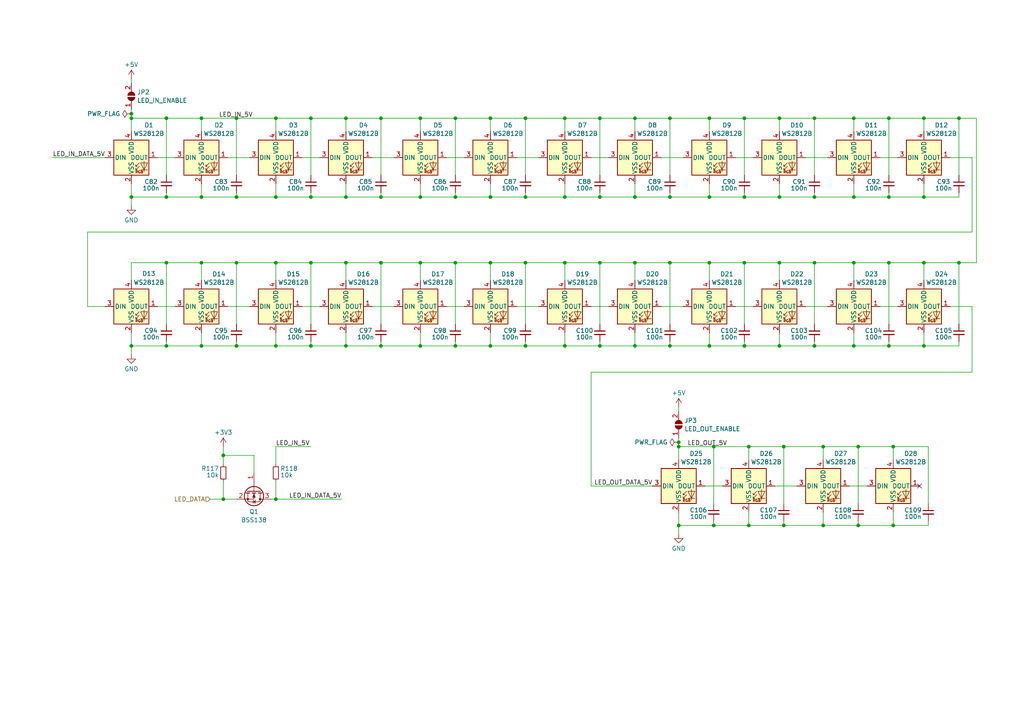
<source format=kicad_sch>
(kicad_sch (version 20250114) (generator "eeschema") (generator_version "9.0")
  (paper "A4")
  (title_block (title "Zoutwachter Measurement-Switch") (date "2025-06-01") (rev "0.3") (company "Avalution Engineering / Pollex"))
  (lib_symbols
    (symbol "Device:C_Small" (pin_numbers (hide yes)) (pin_names (offset 0.254) (hide yes))
      (property "Reference" "C" (at 0.254 1.778 0))
      (property "Value" "C_Small" (at 0.254 -2.032 0))
      (symbol "C_Small_0_1"
        (polyline (pts (xy -1.524 0.508) (xy 1.524 0.508)) (stroke (width 0.3048)))
        (polyline (pts (xy -1.524 -0.508) (xy 1.524 -0.508)) (stroke (width 0.3302)))
      )
      (symbol "C_Small_1_1"
        (pin passive line (at 0 2.54 270) (length 2.032) (name "~") (number "1"))
        (pin passive line (at 0 -2.54 90) (length 2.032) (name "~") (number "2"))
      )
    )
    (symbol "Device:R_Small" (pin_numbers (hide yes)) (pin_names (offset 0.254) (hide yes))
      (property "Reference" "R" (at 0 0 90))
      (property "Value" "R_Small" (at 1.778 0 90))
      (symbol "R_Small_0_1"
        (rectangle (start -0.762 1.778) (end 0.762 -1.778) (stroke (width 0.2032)))
      )
      (symbol "R_Small_1_1"
        (pin passive line (at 0 2.54 270) (length 0.762) (name "~") (number "1"))
        (pin passive line (at 0 -2.54 90) (length 0.762) (name "~") (number "2"))
      )
    )
    (symbol "Jumper:SolderJumper_2_Open" (pin_names (offset 0) (hide yes))
      (property "Reference" "JP" (at 0 2.032 0))
      (property "Value" "SolderJumper_2_Open" (at 0 -2.54 0))
      (symbol "SolderJumper_2_Open_0_1"
        (polyline (pts (xy -0.254 1.016) (xy -0.254 -1.016)))
        (arc (start -0.254 -1.016) (mid -1.2656 0) (end -0.254 1.016))
        (arc (start -0.254 -1.016) (mid -1.2656 0) (end -0.254 1.016) (fill (type outline)))
        (arc (start 0.254 1.016) (mid 1.2656 0) (end 0.254 -1.016))
        (arc (start 0.254 1.016) (mid 1.2656 0) (end 0.254 -1.016) (fill (type outline)))
        (polyline (pts (xy 0.254 1.016) (xy 0.254 -1.016)))
      )
      (symbol "SolderJumper_2_Open_1_1"
        (pin passive line (at -3.81 0 0) (length 2.54) (name "A") (number "1"))
        (pin passive line (at 3.81 0 180) (length 2.54) (name "B") (number "2"))
      )
    )
    (symbol "LED:WS2812B-2020" (pin_names (offset 0.254))
      (property "Reference" "D" (at 5.08 5.715 0))
      (property "Value" "WS2812B-2020" (at 1.27 -5.715 0))
      (symbol "WS2812B-2020_0_0"
        (text "RGB" (at 2.286 -4.191 0) (effects (font (size 0.762 0.762))))
      )
      (symbol "WS2812B-2020_0_1"
        (polyline (pts (xy 1.27 -2.54) (xy 1.778 -2.54)))
        (polyline (pts (xy 1.27 -3.556) (xy 1.778 -3.556)))
        (polyline (pts (xy 2.286 -1.524) (xy 1.27 -2.54) (xy 1.27 -2.032)))
        (polyline (pts (xy 2.286 -2.54) (xy 1.27 -3.556) (xy 1.27 -3.048)))
        (polyline (pts (xy 3.683 -1.016) (xy 3.683 -3.556) (xy 3.683 -4.064)))
        (polyline (pts (xy 4.699 -1.524) (xy 2.667 -1.524) (xy 3.683 -3.556) (xy 4.699 -1.524)))
        (polyline (pts (xy 4.699 -3.556) (xy 2.667 -3.556)))
        (rectangle (start 5.08 5.08) (end -5.08 -5.08) (stroke (width 0.254)) (fill (type background)))
      )
      (symbol "WS2812B-2020_1_1"
        (pin input line (at -7.62 0 0) (length 2.54) (name "DIN") (number "3"))
        (pin power_in line (at 0 7.62 270) (length 2.54) (name "VDD") (number "4"))
        (pin power_in line (at 0 -7.62 90) (length 2.54) (name "VSS") (number "2"))
        (pin output line (at 7.62 0 180) (length 2.54) (name "DOUT") (number "1"))
      )
    )
    (symbol "Transistor_FET:BSS138" (pin_names (hide yes))
      (property "Reference" "Q" (at 5.08 1.905 0))
      (property "Value" "BSS138" (at 5.08 0 0))
      (symbol "BSS138_0_1"
        (polyline (pts (xy 0.254 1.905) (xy 0.254 -1.905)) (stroke (width 0.254)))
        (polyline (pts (xy 0.254 0) (xy -2.54 0)))
        (polyline (pts (xy 0.762 2.286) (xy 0.762 1.27)) (stroke (width 0.254)))
        (polyline (pts (xy 0.762 0.508) (xy 0.762 -0.508)) (stroke (width 0.254)))
        (polyline (pts (xy 0.762 -1.27) (xy 0.762 -2.286)) (stroke (width 0.254)))
        (polyline (pts (xy 0.762 -1.778) (xy 3.302 -1.778) (xy 3.302 1.778) (xy 0.762 1.778)))
        (polyline (pts (xy 1.016 0) (xy 2.032 0.381) (xy 2.032 -0.381) (xy 1.016 0)) (fill (type outline)))
        (circle (center 1.651 0) (radius 2.794) (stroke (width 0.254)))
        (polyline (pts (xy 2.54 2.54) (xy 2.54 1.778)))
        (circle (center 2.54 1.778) (radius 0.254) (fill (type outline)))
        (circle (center 2.54 -1.778) (radius 0.254) (fill (type outline)))
        (polyline (pts (xy 2.54 -2.54) (xy 2.54 0) (xy 0.762 0)))
        (polyline (pts (xy 2.794 0.508) (xy 2.921 0.381) (xy 3.683 0.381) (xy 3.81 0.254)))
        (polyline (pts (xy 3.302 0.381) (xy 2.921 -0.254) (xy 3.683 -0.254) (xy 3.302 0.381)))
      )
      (symbol "BSS138_1_1"
        (pin input line (at -5.08 0 0) (length 2.54) (name "G") (number "1"))
        (pin passive line (at 2.54 5.08 270) (length 2.54) (name "D") (number "3"))
        (pin passive line (at 2.54 -5.08 90) (length 2.54) (name "S") (number "2"))
      )
    )
    (symbol "power:+3V3" (power) (pin_numbers (hide yes)) (pin_names (offset 0) (hide yes))
      (property "Value" "+3V3" (at 0 3.556 0))
      (symbol "+3V3_0_1"
        (polyline (pts (xy -0.762 1.27) (xy 0 2.54)))
        (polyline (pts (xy 0 2.54) (xy 0.762 1.27)))
        (polyline (pts (xy 0 0) (xy 0 2.54)))
      )
      (symbol "+3V3_1_1"
        (pin power_in line (at 0 0 90) (length 0) (name "~") (number "1"))
      )
    )
    (symbol "power:+5V" (power) (pin_numbers (hide yes)) (pin_names (offset 0) (hide yes))
      (property "Value" "+5V" (at 0 3.556 0))
      (symbol "+5V_0_1"
        (polyline (pts (xy -0.762 1.27) (xy 0 2.54)))
        (polyline (pts (xy 0 2.54) (xy 0.762 1.27)))
        (polyline (pts (xy 0 0) (xy 0 2.54)))
      )
      (symbol "+5V_1_1"
        (pin power_in line (at 0 0 90) (length 0) (name "~") (number "1"))
      )
    )
    (symbol "power:GND" (power) (pin_numbers (hide yes)) (pin_names (offset 0) (hide yes))
      (property "Value" "GND" (at 0 -3.81 0))
      (symbol "GND_0_1"
        (polyline (pts (xy 0 0) (xy 0 -1.27) (xy 1.27 -1.27) (xy 0 -2.54) (xy -1.27 -1.27) (xy 0 -1.27)))
      )
      (symbol "GND_1_1"
        (pin power_in line (at 0 0 270) (length 0) (name "~") (number "1"))
      )
    )
    (symbol "power:PWR_FLAG" (power) (pin_numbers (hide yes)) (pin_names (offset 0) (hide yes))
      (property "Value" "PWR_FLAG" (at 0 3.81 0))
      (symbol "PWR_FLAG_0_0"
        (pin power_out line (at 0 0 90) (length 0) (name "~") (number "1"))
      )
      (symbol "PWR_FLAG_0_1"
        (polyline (pts (xy 0 0) (xy 0 1.27) (xy -1.016 1.905) (xy 0 2.54) (xy 1.016 1.905) (xy 0 1.27)))
      )
    )
  )
  (junction (at 248.92 129.54))
  (junction (at 110.49 57.15))
  (junction (at 236.22 34.29))
  (junction (at 236.22 57.15))
  (junction (at 90.17 76.2))
  (junction (at 257.81 76.2))
  (junction (at 132.08 76.2))
  (junction (at 236.22 76.2))
  (junction (at 90.17 34.29))
  (junction (at 215.9 100.33))
  (junction (at 38.1 34.29))
  (junction (at 100.33 34.29))
  (junction (at 132.08 34.29))
  (junction (at 142.24 57.15))
  (junction (at 80.01 100.33))
  (junction (at 226.06 76.2))
  (junction (at 184.15 100.33))
  (junction (at 226.06 57.15))
  (junction (at 48.26 76.2))
  (junction (at 227.33 129.54))
  (junction (at 163.83 34.29))
  (junction (at 58.42 34.29))
  (junction (at 215.9 76.2))
  (junction (at 196.85 129.54))
  (junction (at 247.65 76.2))
  (junction (at 227.33 152.4))
  (junction (at 152.4 34.29))
  (junction (at 238.76 129.54))
  (junction (at 132.08 57.15))
  (junction (at 196.85 128.27))
  (junction (at 205.74 100.33))
  (junction (at 184.15 57.15))
  (junction (at 90.17 57.15))
  (junction (at 100.33 76.2))
  (junction (at 194.31 76.2))
  (junction (at 226.06 34.29))
  (junction (at 163.83 100.33))
  (junction (at 68.58 100.33))
  (junction (at 217.17 129.54))
  (junction (at 38.1 33.02))
  (junction (at 64.77 132.08))
  (junction (at 184.15 76.2))
  (junction (at 259.08 129.54))
  (junction (at 58.42 57.15))
  (junction (at 194.31 57.15))
  (junction (at 194.31 100.33))
  (junction (at 267.97 100.33))
  (junction (at 205.74 76.2))
  (junction (at 100.33 57.15))
  (junction (at 267.97 57.15))
  (junction (at 121.92 76.2))
  (junction (at 58.42 100.33))
  (junction (at 142.24 34.29))
  (junction (at 205.74 34.29))
  (junction (at 226.06 100.33))
  (junction (at 121.92 34.29))
  (junction (at 132.08 100.33))
  (junction (at 247.65 34.29))
  (junction (at 173.99 100.33))
  (junction (at 278.13 76.2))
  (junction (at 173.99 34.29))
  (junction (at 90.17 100.33))
  (junction (at 48.26 57.15))
  (junction (at 68.58 76.2))
  (junction (at 257.81 100.33))
  (junction (at 194.31 34.29))
  (junction (at 80.01 144.78))
  (junction (at 48.26 100.33))
  (junction (at 142.24 100.33))
  (junction (at 278.13 34.29))
  (junction (at 100.33 100.33))
  (junction (at 48.26 34.29))
  (junction (at 152.4 76.2))
  (junction (at 173.99 76.2))
  (junction (at 238.76 152.4))
  (junction (at 267.97 34.29))
  (junction (at 173.99 57.15))
  (junction (at 248.92 152.4))
  (junction (at 196.85 152.4))
  (junction (at 247.65 100.33))
  (junction (at 110.49 76.2))
  (junction (at 247.65 57.15))
  (junction (at 142.24 76.2))
  (junction (at 215.9 34.29))
  (junction (at 152.4 100.33))
  (junction (at 110.49 100.33))
  (junction (at 80.01 34.29))
  (junction (at 68.58 57.15))
  (junction (at 80.01 76.2))
  (junction (at 38.1 57.15))
  (junction (at 215.9 57.15))
  (junction (at 257.81 57.15))
  (junction (at 110.49 34.29))
  (junction (at 267.97 76.2))
  (junction (at 217.17 152.4))
  (junction (at 121.92 57.15))
  (junction (at 257.81 34.29))
  (junction (at 121.92 100.33))
  (junction (at 163.83 57.15))
  (junction (at 152.4 57.15))
  (junction (at 236.22 100.33))
  (junction (at 184.15 34.29))
  (junction (at 58.42 76.2))
  (junction (at 68.58 34.29))
  (junction (at 259.08 152.4))
  (junction (at 207.01 129.54))
  (junction (at 64.77 144.78))
  (junction (at 38.1 100.33))
  (junction (at 80.01 57.15))
  (junction (at 205.74 57.15))
  (junction (at 163.83 76.2))
  (junction (at 207.01 152.4))
  (no_connect (at 266.7 140.97))
  (wire (pts (xy 236.22 34.29) (xy 236.22 50.8)))
  (wire (pts (xy 267.97 34.29) (xy 257.81 34.29)))
  (wire (pts (xy 215.9 57.15) (xy 205.74 57.15)))
  (wire (pts (xy 196.85 127) (xy 196.85 128.27)))
  (wire (pts (xy 184.15 96.52) (xy 184.15 100.33)))
  (wire (pts (xy 205.74 96.52) (xy 205.74 100.33)))
  (wire (pts (xy 255.27 45.72) (xy 260.35 45.72)))
  (wire (pts (xy 142.24 34.29) (xy 132.08 34.29)))
  (wire (pts (xy 281.94 67.31) (xy 25.4 67.31)))
  (wire (pts (xy 68.58 34.29) (xy 68.58 50.8)))
  (wire (pts (xy 236.22 100.33) (xy 226.06 100.33)))
  (wire (pts (xy 173.99 34.29) (xy 163.83 34.29)))
  (wire (pts (xy 80.01 38.1) (xy 80.01 34.29)))
  (wire (pts (xy 58.42 96.52) (xy 58.42 100.33)))
  (wire (pts (xy 66.04 45.72) (xy 72.39 45.72)))
  (wire (pts (xy 255.27 88.9) (xy 260.35 88.9)))
  (wire (pts (xy 184.15 100.33) (xy 173.99 100.33)))
  (wire (pts (xy 259.08 133.35) (xy 259.08 129.54)))
  (wire (pts (xy 64.77 144.78) (xy 68.58 144.78)))
  (wire (pts (xy 226.06 76.2) (xy 215.9 76.2)))
  (wire (pts (xy 236.22 99.06) (xy 236.22 100.33)))
  (wire (pts (xy 233.68 88.9) (xy 240.03 88.9)))
  (wire (pts (xy 132.08 76.2) (xy 132.08 93.98)))
  (wire (pts (xy 58.42 81.28) (xy 58.42 76.2)))
  (wire (pts (xy 173.99 99.06) (xy 173.99 100.33)))
  (wire (pts (xy 78.74 144.78) (xy 80.01 144.78)))
  (wire (pts (xy 248.92 152.4) (xy 238.76 152.4)))
  (wire (pts (xy 269.24 151.13) (xy 269.24 152.4)))
  (wire (pts (xy 80.01 100.33) (xy 68.58 100.33)))
  (wire (pts (xy 205.74 81.28) (xy 205.74 76.2)))
  (wire (pts (xy 267.97 100.33) (xy 257.81 100.33)))
  (wire (pts (xy 205.74 38.1) (xy 205.74 34.29)))
  (wire (pts (xy 205.74 53.34) (xy 205.74 57.15)))
  (wire (pts (xy 38.1 96.52) (xy 38.1 100.33)))
  (wire (pts (xy 226.06 53.34) (xy 226.06 57.15)))
  (wire (pts (xy 257.81 34.29) (xy 247.65 34.29)))
  (wire (pts (xy 68.58 34.29) (xy 58.42 34.29)))
  (wire (pts (xy 132.08 76.2) (xy 121.92 76.2)))
  (wire (pts (xy 205.74 57.15) (xy 194.31 57.15)))
  (wire (pts (xy 80.01 81.28) (xy 80.01 76.2)))
  (wire (pts (xy 278.13 76.2) (xy 278.13 93.98)))
  (wire (pts (xy 149.86 88.9) (xy 156.21 88.9)))
  (wire (pts (xy 121.92 53.34) (xy 121.92 57.15)))
  (wire (pts (xy 226.06 57.15) (xy 215.9 57.15)))
  (wire (pts (xy 236.22 76.2) (xy 226.06 76.2)))
  (wire (pts (xy 80.01 129.54) (xy 80.01 134.62)))
  (wire (pts (xy 207.01 152.4) (xy 196.85 152.4)))
  (wire (pts (xy 227.33 152.4) (xy 217.17 152.4)))
  (wire (pts (xy 163.83 38.1) (xy 163.83 34.29)))
  (wire (pts (xy 152.4 34.29) (xy 142.24 34.29)))
  (wire (pts (xy 247.65 96.52) (xy 247.65 100.33)))
  (wire (pts (xy 132.08 34.29) (xy 132.08 50.8)))
  (wire (pts (xy 110.49 57.15) (xy 100.33 57.15)))
  (wire (pts (xy 80.01 53.34) (xy 80.01 57.15)))
  (wire (pts (xy 278.13 76.2) (xy 267.97 76.2)))
  (wire (pts (xy 207.01 129.54) (xy 196.85 129.54)))
  (wire (pts (xy 171.45 140.97) (xy 189.23 140.97)))
  (wire (pts (xy 90.17 100.33) (xy 80.01 100.33)))
  (wire (pts (xy 121.92 76.2) (xy 110.49 76.2)))
  (wire (pts (xy 247.65 100.33) (xy 236.22 100.33)))
  (wire (pts (xy 90.17 99.06) (xy 90.17 100.33)))
  (wire (pts (xy 248.92 129.54) (xy 238.76 129.54)))
  (wire (pts (xy 100.33 76.2) (xy 90.17 76.2)))
  (wire (pts (xy 184.15 34.29) (xy 173.99 34.29)))
  (wire (pts (xy 267.97 100.33) (xy 278.13 100.33)))
  (wire (pts (xy 15.24 45.72) (xy 30.48 45.72)))
  (wire (pts (xy 100.33 100.33) (xy 90.17 100.33)))
  (wire (pts (xy 247.65 76.2) (xy 236.22 76.2)))
  (wire (pts (xy 110.49 76.2) (xy 100.33 76.2)))
  (wire (pts (xy 121.92 100.33) (xy 110.49 100.33)))
  (wire (pts (xy 267.97 34.29) (xy 278.13 34.29)))
  (wire (pts (xy 142.24 57.15) (xy 132.08 57.15)))
  (wire (pts (xy 215.9 55.88) (xy 215.9 57.15)))
  (wire (pts (xy 236.22 55.88) (xy 236.22 57.15)))
  (wire (pts (xy 267.97 57.15) (xy 257.81 57.15)))
  (wire (pts (xy 205.74 76.2) (xy 194.31 76.2)))
  (wire (pts (xy 267.97 96.52) (xy 267.97 100.33)))
  (wire (pts (xy 171.45 88.9) (xy 176.53 88.9)))
  (wire (pts (xy 236.22 34.29) (xy 226.06 34.29)))
  (wire (pts (xy 247.65 57.15) (xy 236.22 57.15)))
  (wire (pts (xy 38.1 53.34) (xy 38.1 57.15)))
  (wire (pts (xy 226.06 96.52) (xy 226.06 100.33)))
  (wire (pts (xy 60.96 144.78) (xy 64.77 144.78)))
  (wire (pts (xy 152.4 76.2) (xy 152.4 93.98)))
  (wire (pts (xy 142.24 38.1) (xy 142.24 34.29)))
  (wire (pts (xy 163.83 96.52) (xy 163.83 100.33)))
  (wire (pts (xy 110.49 99.06) (xy 110.49 100.33)))
  (wire (pts (xy 48.26 76.2) (xy 38.1 76.2)))
  (wire (pts (xy 90.17 34.29) (xy 90.17 50.8)))
  (wire (pts (xy 68.58 57.15) (xy 58.42 57.15)))
  (wire (pts (xy 58.42 34.29) (xy 48.26 34.29)))
  (wire (pts (xy 259.08 129.54) (xy 248.92 129.54)))
  (wire (pts (xy 129.54 45.72) (xy 134.62 45.72)))
  (wire (pts (xy 184.15 57.15) (xy 173.99 57.15)))
  (wire (pts (xy 80.01 34.29) (xy 68.58 34.29)))
  (wire (pts (xy 215.9 76.2) (xy 205.74 76.2)))
  (wire (pts (xy 87.63 45.72) (xy 92.71 45.72)))
  (wire (pts (xy 152.4 100.33) (xy 142.24 100.33)))
  (wire (pts (xy 38.1 33.02) (xy 38.1 34.29)))
  (wire (pts (xy 80.01 144.78) (xy 99.06 144.78)))
  (wire (pts (xy 142.24 100.33) (xy 132.08 100.33)))
  (wire (pts (xy 196.85 152.4) (xy 196.85 154.94)))
  (wire (pts (xy 247.65 81.28) (xy 247.65 76.2)))
  (wire (pts (xy 68.58 76.2) (xy 58.42 76.2)))
  (wire (pts (xy 236.22 57.15) (xy 226.06 57.15)))
  (wire (pts (xy 121.92 38.1) (xy 121.92 34.29)))
  (wire (pts (xy 213.36 88.9) (xy 218.44 88.9)))
  (wire (pts (xy 205.74 100.33) (xy 194.31 100.33)))
  (wire (pts (xy 121.92 34.29) (xy 110.49 34.29)))
  (wire (pts (xy 129.54 88.9) (xy 134.62 88.9)))
  (wire (pts (xy 90.17 76.2) (xy 90.17 93.98)))
  (wire (pts (xy 45.72 45.72) (xy 50.8 45.72)))
  (wire (pts (xy 121.92 57.15) (xy 110.49 57.15)))
  (wire (pts (xy 152.4 34.29) (xy 152.4 50.8)))
  (wire (pts (xy 173.99 76.2) (xy 163.83 76.2)))
  (wire (pts (xy 213.36 45.72) (xy 218.44 45.72)))
  (wire (pts (xy 196.85 129.54) (xy 196.85 133.35)))
  (wire (pts (xy 257.81 100.33) (xy 247.65 100.33)))
  (wire (pts (xy 247.65 34.29) (xy 236.22 34.29)))
  (wire (pts (xy 257.81 34.29) (xy 257.81 50.8)))
  (wire (pts (xy 233.68 45.72) (xy 240.03 45.72)))
  (wire (pts (xy 152.4 55.88) (xy 152.4 57.15)))
  (wire (pts (xy 248.92 151.13) (xy 248.92 152.4)))
  (wire (pts (xy 196.85 118.11) (xy 196.85 119.38)))
  (wire (pts (xy 281.94 45.72) (xy 281.94 67.31)))
  (wire (pts (xy 142.24 96.52) (xy 142.24 100.33)))
  (wire (pts (xy 25.4 88.9) (xy 30.48 88.9)))
  (wire (pts (xy 281.94 107.95) (xy 281.94 88.9)))
  (wire (pts (xy 171.45 45.72) (xy 176.53 45.72)))
  (wire (pts (xy 163.83 53.34) (xy 163.83 57.15)))
  (wire (pts (xy 204.47 140.97) (xy 209.55 140.97)))
  (wire (pts (xy 132.08 57.15) (xy 121.92 57.15)))
  (wire (pts (xy 80.01 139.7) (xy 80.01 144.78)))
  (wire (pts (xy 283.21 76.2) (xy 278.13 76.2)))
  (wire (pts (xy 171.45 107.95) (xy 281.94 107.95)))
  (wire (pts (xy 196.85 148.59) (xy 196.85 152.4)))
  (wire (pts (xy 194.31 57.15) (xy 184.15 57.15)))
  (wire (pts (xy 247.65 38.1) (xy 247.65 34.29)))
  (wire (pts (xy 132.08 55.88) (xy 132.08 57.15)))
  (wire (pts (xy 215.9 99.06) (xy 215.9 100.33)))
  (wire (pts (xy 257.81 99.06) (xy 257.81 100.33)))
  (wire (pts (xy 224.79 140.97) (xy 231.14 140.97)))
  (wire (pts (xy 100.33 96.52) (xy 100.33 100.33)))
  (wire (pts (xy 247.65 53.34) (xy 247.65 57.15)))
  (wire (pts (xy 171.45 140.97) (xy 171.45 107.95)))
  (wire (pts (xy 217.17 129.54) (xy 207.01 129.54)))
  (wire (pts (xy 269.24 129.54) (xy 269.24 146.05)))
  (wire (pts (xy 121.92 81.28) (xy 121.92 76.2)))
  (wire (pts (xy 68.58 100.33) (xy 58.42 100.33)))
  (wire (pts (xy 257.81 76.2) (xy 257.81 93.98)))
  (wire (pts (xy 207.01 151.13) (xy 207.01 152.4)))
  (wire (pts (xy 194.31 55.88) (xy 194.31 57.15)))
  (wire (pts (xy 283.21 34.29) (xy 283.21 76.2)))
  (wire (pts (xy 73.66 137.16) (xy 73.66 132.08)))
  (wire (pts (xy 226.06 34.29) (xy 215.9 34.29)))
  (wire (pts (xy 184.15 38.1) (xy 184.15 34.29)))
  (wire (pts (xy 248.92 129.54) (xy 248.92 146.05)))
  (wire (pts (xy 246.38 140.97) (xy 251.46 140.97)))
  (wire (pts (xy 87.63 88.9) (xy 92.71 88.9)))
  (wire (pts (xy 194.31 76.2) (xy 194.31 93.98)))
  (wire (pts (xy 110.49 76.2) (xy 110.49 93.98)))
  (wire (pts (xy 173.99 55.88) (xy 173.99 57.15)))
  (wire (pts (xy 48.26 99.06) (xy 48.26 100.33)))
  (wire (pts (xy 80.01 76.2) (xy 68.58 76.2)))
  (wire (pts (xy 38.1 100.33) (xy 38.1 102.87)))
  (wire (pts (xy 238.76 148.59) (xy 238.76 152.4)))
  (wire (pts (xy 100.33 53.34) (xy 100.33 57.15)))
  (wire (pts (xy 132.08 99.06) (xy 132.08 100.33)))
  (wire (pts (xy 68.58 76.2) (xy 68.58 93.98)))
  (wire (pts (xy 132.08 34.29) (xy 121.92 34.29)))
  (wire (pts (xy 64.77 139.7) (xy 64.77 144.78)))
  (wire (pts (xy 110.49 100.33) (xy 100.33 100.33)))
  (wire (pts (xy 238.76 129.54) (xy 227.33 129.54)))
  (wire (pts (xy 267.97 76.2) (xy 257.81 76.2)))
  (wire (pts (xy 236.22 76.2) (xy 236.22 93.98)))
  (wire (pts (xy 38.1 34.29) (xy 38.1 38.1)))
  (wire (pts (xy 73.66 132.08) (xy 64.77 132.08)))
  (wire (pts (xy 142.24 81.28) (xy 142.24 76.2)))
  (wire (pts (xy 163.83 81.28) (xy 163.83 76.2)))
  (wire (pts (xy 48.26 34.29) (xy 38.1 34.29)))
  (wire (pts (xy 58.42 76.2) (xy 48.26 76.2)))
  (wire (pts (xy 184.15 81.28) (xy 184.15 76.2)))
  (wire (pts (xy 64.77 132.08) (xy 64.77 134.62)))
  (wire (pts (xy 110.49 34.29) (xy 110.49 50.8)))
  (wire (pts (xy 226.06 81.28) (xy 226.06 76.2)))
  (wire (pts (xy 149.86 45.72) (xy 156.21 45.72)))
  (wire (pts (xy 38.1 22.86) (xy 38.1 24.13)))
  (wire (pts (xy 191.77 45.72) (xy 198.12 45.72)))
  (wire (pts (xy 48.26 76.2) (xy 48.26 93.98)))
  (wire (pts (xy 107.95 45.72) (xy 114.3 45.72)))
  (wire (pts (xy 259.08 152.4) (xy 248.92 152.4)))
  (wire (pts (xy 194.31 34.29) (xy 184.15 34.29)))
  (wire (pts (xy 110.49 55.88) (xy 110.49 57.15)))
  (wire (pts (xy 90.17 34.29) (xy 80.01 34.29)))
  (wire (pts (xy 227.33 129.54) (xy 227.33 146.05)))
  (wire (pts (xy 58.42 53.34) (xy 58.42 57.15)))
  (wire (pts (xy 278.13 99.06) (xy 278.13 100.33)))
  (wire (pts (xy 142.24 76.2) (xy 132.08 76.2)))
  (wire (pts (xy 64.77 129.54) (xy 64.77 132.08)))
  (wire (pts (xy 48.26 57.15) (xy 38.1 57.15)))
  (wire (pts (xy 48.26 100.33) (xy 38.1 100.33)))
  (wire (pts (xy 259.08 152.4) (xy 269.24 152.4)))
  (wire (pts (xy 152.4 57.15) (xy 142.24 57.15)))
  (wire (pts (xy 100.33 38.1) (xy 100.33 34.29)))
  (wire (pts (xy 207.01 129.54) (xy 207.01 146.05)))
  (wire (pts (xy 194.31 76.2) (xy 184.15 76.2)))
  (wire (pts (xy 107.95 88.9) (xy 114.3 88.9)))
  (wire (pts (xy 48.26 55.88) (xy 48.26 57.15)))
  (wire (pts (xy 90.17 57.15) (xy 80.01 57.15)))
  (wire (pts (xy 142.24 53.34) (xy 142.24 57.15)))
  (wire (pts (xy 173.99 76.2) (xy 173.99 93.98)))
  (wire (pts (xy 278.13 34.29) (xy 283.21 34.29)))
  (wire (pts (xy 257.81 55.88) (xy 257.81 57.15)))
  (wire (pts (xy 38.1 76.2) (xy 38.1 81.28)))
  (wire (pts (xy 68.58 55.88) (xy 68.58 57.15)))
  (wire (pts (xy 110.49 34.29) (xy 100.33 34.29)))
  (wire (pts (xy 38.1 31.75) (xy 38.1 33.02)))
  (wire (pts (xy 45.72 88.9) (xy 50.8 88.9)))
  (wire (pts (xy 267.97 53.34) (xy 267.97 57.15)))
  (wire (pts (xy 58.42 38.1) (xy 58.42 34.29)))
  (wire (pts (xy 58.42 100.33) (xy 48.26 100.33)))
  (wire (pts (xy 205.74 34.29) (xy 194.31 34.29)))
  (wire (pts (xy 25.4 67.31) (xy 25.4 88.9)))
  (wire (pts (xy 163.83 100.33) (xy 152.4 100.33)))
  (wire (pts (xy 226.06 100.33) (xy 215.9 100.33)))
  (wire (pts (xy 80.01 96.52) (xy 80.01 100.33)))
  (wire (pts (xy 215.9 100.33) (xy 205.74 100.33)))
  (wire (pts (xy 191.77 88.9) (xy 198.12 88.9)))
  (wire (pts (xy 257.81 76.2) (xy 247.65 76.2)))
  (wire (pts (xy 257.81 57.15) (xy 247.65 57.15)))
  (wire (pts (xy 100.33 34.29) (xy 90.17 34.29)))
  (wire (pts (xy 184.15 76.2) (xy 173.99 76.2)))
  (wire (pts (xy 132.08 100.33) (xy 121.92 100.33)))
  (wire (pts (xy 152.4 99.06) (xy 152.4 100.33)))
  (wire (pts (xy 259.08 148.59) (xy 259.08 152.4)))
  (wire (pts (xy 100.33 81.28) (xy 100.33 76.2)))
  (wire (pts (xy 163.83 76.2) (xy 152.4 76.2)))
  (wire (pts (xy 90.17 55.88) (xy 90.17 57.15)))
  (wire (pts (xy 267.97 57.15) (xy 278.13 57.15)))
  (wire (pts (xy 48.26 34.29) (xy 48.26 50.8)))
  (wire (pts (xy 68.58 99.06) (xy 68.58 100.33)))
  (wire (pts (xy 66.04 88.9) (xy 72.39 88.9)))
  (wire (pts (xy 275.59 45.72) (xy 281.94 45.72)))
  (wire (pts (xy 194.31 100.33) (xy 184.15 100.33)))
  (wire (pts (xy 80.01 57.15) (xy 68.58 57.15)))
  (wire (pts (xy 163.83 57.15) (xy 152.4 57.15)))
  (wire (pts (xy 267.97 81.28) (xy 267.97 76.2)))
  (wire (pts (xy 217.17 152.4) (xy 207.01 152.4)))
  (wire (pts (xy 278.13 55.88) (xy 278.13 57.15)))
  (wire (pts (xy 173.99 34.29) (xy 173.99 50.8)))
  (wire (pts (xy 217.17 148.59) (xy 217.17 152.4)))
  (wire (pts (xy 217.17 133.35) (xy 217.17 129.54)))
  (wire (pts (xy 215.9 76.2) (xy 215.9 93.98)))
  (wire (pts (xy 173.99 100.33) (xy 163.83 100.33)))
  (wire (pts (xy 194.31 99.06) (xy 194.31 100.33)))
  (wire (pts (xy 121.92 96.52) (xy 121.92 100.33)))
  (wire (pts (xy 281.94 88.9) (xy 275.59 88.9)))
  (wire (pts (xy 215.9 34.29) (xy 215.9 50.8)))
  (wire (pts (xy 196.85 128.27) (xy 196.85 129.54)))
  (wire (pts (xy 194.31 34.29) (xy 194.31 50.8)))
  (wire (pts (xy 278.13 34.29) (xy 278.13 50.8)))
  (wire (pts (xy 226.06 38.1) (xy 226.06 34.29)))
  (wire (pts (xy 259.08 129.54) (xy 269.24 129.54)))
  (wire (pts (xy 227.33 129.54) (xy 217.17 129.54)))
  (wire (pts (xy 238.76 133.35) (xy 238.76 129.54)))
  (wire (pts (xy 215.9 34.29) (xy 205.74 34.29)))
  (wire (pts (xy 227.33 151.13) (xy 227.33 152.4)))
  (wire (pts (xy 267.97 38.1) (xy 267.97 34.29)))
  (wire (pts (xy 80.01 129.54) (xy 90.17 129.54)))
  (wire (pts (xy 90.17 76.2) (xy 80.01 76.2)))
  (wire (pts (xy 100.33 57.15) (xy 90.17 57.15)))
  (wire (pts (xy 173.99 57.15) (xy 163.83 57.15)))
  (wire (pts (xy 152.4 76.2) (xy 142.24 76.2)))
  (wire (pts (xy 163.83 34.29) (xy 152.4 34.29)))
  (wire (pts (xy 184.15 53.34) (xy 184.15 57.15)))
  (wire (pts (xy 58.42 57.15) (xy 48.26 57.15)))
  (wire (pts (xy 38.1 57.15) (xy 38.1 59.69)))
  (wire (pts (xy 238.76 152.4) (xy 227.33 152.4)))
  (label "LED_IN_5V" (at 63.5 34.29 0))
  (label "LED_IN_DATA_5V" (at 83.82 144.78 0))
  (label "LED_IN_5V" (at 80.01 129.54 0))
  (label "LED_IN_DATA_5V" (at 30.48 45.72 180))
  (label "LED_OUT_5V" (at 199.39 129.54 0))
  (label "LED_OUT_DATA_5V" (at 189.23 140.97 180))
  (hierarchical_label "LED_DATA" (shape input) (at 60.96 144.78 180))
  (symbol (lib_id "LED:WS2812B-2020") (at 217.17 140.97 0) (unit 1)
    (property "Reference" "D26" (at 222.25 131.5608 0))
    (property "Value" "WS2812B" (at 222.25 133.985 0))
    (property "Footprint" "WS2812B-2020:WS2812B-2020" (effects (hide yes)))
    (property "LCSC MFR" "Worldsemi" (effects (hide yes)))
    (property "LCSC MFR #" "WS2812B-2020" (effects (hide yes)))
    (property "LCSC Part #" "C965555" (effects (hide yes)))
  )
  (symbol (lib_id "LED:WS2812B-2020") (at 121.92 45.72 0) (unit 1)
    (property "Reference" "D5" (at 127 36.3108 0))
    (property "Value" "WS2812B" (at 127 38.735 0))
    (property "Footprint" "WS2812B-2020:WS2812B-2020" (effects (hide yes)))
    (property "LCSC MFR" "Worldsemi" (effects (hide yes)))
    (property "LCSC MFR #" "WS2812B-2020" (effects (hide yes)))
    (property "LCSC Part #" "C965555" (effects (hide yes)))
  )
  (symbol (lib_id "LED:WS2812B-2020") (at 80.01 45.72 0) (unit 1)
    (property "Reference" "D3" (at 85.09 36.3108 0))
    (property "Value" "WS2812B" (at 85.09 38.735 0))
    (property "Footprint" "WS2812B-2020:WS2812B-2020" (effects (hide yes)))
    (property "LCSC MFR" "Worldsemi" (effects (hide yes)))
    (property "LCSC MFR #" "WS2812B-2020" (effects (hide yes)))
    (property "LCSC Part #" "C965555" (effects (hide yes)))
  )
  (symbol (lib_id "LED:WS2812B-2020") (at 142.24 45.72 0) (unit 1)
    (property "Reference" "D6" (at 147.32 36.3108 0))
    (property "Value" "WS2812B" (at 147.32 38.735 0))
    (property "Footprint" "WS2812B-2020:WS2812B-2020" (effects (hide yes)))
    (property "LCSC MFR" "Worldsemi" (effects (hide yes)))
    (property "LCSC MFR #" "WS2812B-2020" (effects (hide yes)))
    (property "LCSC Part #" "C965555" (effects (hide yes)))
  )
  (symbol (lib_id "LED:WS2812B-2020") (at 121.92 88.9 0) (unit 1)
    (property "Reference" "D17" (at 127 79.4908 0))
    (property "Value" "WS2812B" (at 127 81.915 0))
    (property "Footprint" "WS2812B-2020:WS2812B-2020" (effects (hide yes)))
    (property "LCSC MFR" "Worldsemi" (effects (hide yes)))
    (property "LCSC MFR #" "WS2812B-2020" (effects (hide yes)))
    (property "LCSC Part #" "C965555" (effects (hide yes)))
  )
  (symbol (lib_id "Device:C_Small") (at 236.22 53.34 0) (unit 1)
    (property "Reference" "C91" (at 231.775 52.705 0))
    (property "Value" "100n" (at 231.775 54.61 0))
    (property "Footprint" "Capacitor_SMD:C_0603_1608Metric" (effects (hide yes)))
    (property "LCSC MFR" "YAGEO" (effects (hide yes)))
    (property "LCSC MFR #" "CC0603KRX7R9BB104" (effects (hide yes)))
    (property "LCSC Part #" "C14663" (effects (hide yes)))
  )
  (symbol (lib_id "Device:C_Small") (at 278.13 53.34 0) (unit 1)
    (property "Reference" "C93" (at 273.685 52.705 0))
    (property "Value" "100n" (at 273.685 54.61 0))
    (property "Footprint" "Capacitor_SMD:C_0603_1608Metric" (effects (hide yes)))
    (property "LCSC MFR" "YAGEO" (effects (hide yes)))
    (property "LCSC MFR #" "CC0603KRX7R9BB104" (effects (hide yes)))
    (property "LCSC Part #" "C14663" (effects (hide yes)))
  )
  (symbol (lib_id "power:GND") (at 38.1 102.87 0) (unit 1)
    (property "Reference" "#PWR029" (effects (hide yes)))
    (property "Value" "GND" (at 38.1 107.0031 0))
  )
  (symbol (lib_id "power:+3V3") (at 64.77 129.54 0) (unit 1)
    (property "Reference" "#PWR016" (effects (hide yes)))
    (property "Value" "+3V3" (at 64.77 125.4069 0))
    (property "Description" "Power symbol creates a global label with name \"+3V3\"" (effects (hide yes)))
  )
  (symbol (lib_id "LED:WS2812B-2020") (at 58.42 88.9 0) (unit 1)
    (property "Reference" "D14" (at 63.5 79.4908 0))
    (property "Value" "WS2812B" (at 63.5 81.915 0))
    (property "Footprint" "WS2812B-2020:WS2812B-2020" (effects (hide yes)))
    (property "LCSC MFR" "Worldsemi" (effects (hide yes)))
    (property "LCSC MFR #" "WS2812B-2020" (effects (hide yes)))
    (property "LCSC Part #" "C965555" (effects (hide yes)))
  )
  (symbol (lib_id "LED:WS2812B-2020") (at 100.33 45.72 0) (unit 1)
    (property "Reference" "D4" (at 105.41 36.3108 0))
    (property "Value" "WS2812B" (at 105.41 38.735 0))
    (property "Footprint" "WS2812B-2020:WS2812B-2020" (effects (hide yes)))
    (property "LCSC MFR" "Worldsemi" (effects (hide yes)))
    (property "LCSC MFR #" "WS2812B-2020" (effects (hide yes)))
    (property "LCSC Part #" "C965555" (effects (hide yes)))
  )
  (symbol (lib_id "LED:WS2812B-2020") (at 205.74 45.72 0) (unit 1)
    (property "Reference" "D9" (at 210.82 36.3108 0))
    (property "Value" "WS2812B" (at 210.82 38.735 0))
    (property "Footprint" "WS2812B-2020:WS2812B-2020" (effects (hide yes)))
    (property "LCSC MFR" "Worldsemi" (effects (hide yes)))
    (property "LCSC MFR #" "WS2812B-2020" (effects (hide yes)))
    (property "LCSC Part #" "C965555" (effects (hide yes)))
  )
  (symbol (lib_id "LED:WS2812B-2020") (at 80.01 88.9 0) (unit 1)
    (property "Reference" "D15" (at 85.09 79.4908 0))
    (property "Value" "WS2812B" (at 85.09 81.915 0))
    (property "Footprint" "WS2812B-2020:WS2812B-2020" (effects (hide yes)))
    (property "LCSC MFR" "Worldsemi" (effects (hide yes)))
    (property "LCSC MFR #" "WS2812B-2020" (effects (hide yes)))
    (property "LCSC Part #" "C965555" (effects (hide yes)))
  )
  (symbol (lib_id "Device:C_Small") (at 68.58 53.34 0) (unit 1)
    (property "Reference" "C83" (at 64.135 52.705 0))
    (property "Value" "100n" (at 64.135 54.61 0))
    (property "Footprint" "Capacitor_SMD:C_0603_1608Metric" (effects (hide yes)))
    (property "LCSC MFR" "YAGEO" (effects (hide yes)))
    (property "LCSC MFR #" "CC0603KRX7R9BB104" (effects (hide yes)))
    (property "LCSC Part #" "C14663" (effects (hide yes)))
  )
  (symbol (lib_id "Device:C_Small") (at 194.31 96.52 0) (unit 1)
    (property "Reference" "C101" (at 189.865 95.885 0))
    (property "Value" "100n" (at 189.865 97.79 0))
    (property "Footprint" "Capacitor_SMD:C_0603_1608Metric" (effects (hide yes)))
    (property "LCSC MFR" "YAGEO" (effects (hide yes)))
    (property "LCSC MFR #" "CC0603KRX7R9BB104" (effects (hide yes)))
    (property "LCSC Part #" "C14663" (effects (hide yes)))
  )
  (symbol (lib_id "LED:WS2812B-2020") (at 267.97 88.9 0) (unit 1)
    (property "Reference" "D24" (at 273.05 79.4908 0))
    (property "Value" "WS2812B" (at 273.05 81.915 0))
    (property "Footprint" "WS2812B-2020:WS2812B-2020" (effects (hide yes)))
    (property "LCSC MFR" "Worldsemi" (effects (hide yes)))
    (property "LCSC MFR #" "WS2812B-2020" (effects (hide yes)))
    (property "LCSC Part #" "C965555" (effects (hide yes)))
  )
  (symbol (lib_id "Device:C_Small") (at 132.08 53.34 0) (unit 1)
    (property "Reference" "C86" (at 127.635 52.705 0))
    (property "Value" "100n" (at 127.635 54.61 0))
    (property "Footprint" "Capacitor_SMD:C_0603_1608Metric" (effects (hide yes)))
    (property "LCSC MFR" "YAGEO" (effects (hide yes)))
    (property "LCSC MFR #" "CC0603KRX7R9BB104" (effects (hide yes)))
    (property "LCSC Part #" "C14663" (effects (hide yes)))
  )
  (symbol (lib_id "power:PWR_FLAG") (at 196.85 128.27 90) (unit 1)
    (property "Reference" "#FLG03" (effects (hide yes)))
    (property "Value" "PWR_FLAG" (at 193.6751 128.27 90) (effects (justify left)))
    (property "Description" "Special symbol for telling ERC where power comes from" (effects (hide yes)))
  )
  (symbol (lib_id "Device:C_Small") (at 132.08 96.52 0) (unit 1)
    (property "Reference" "C98" (at 127.635 95.885 0))
    (property "Value" "100n" (at 127.635 97.79 0))
    (property "Footprint" "Capacitor_SMD:C_0603_1608Metric" (effects (hide yes)))
    (property "LCSC MFR" "YAGEO" (effects (hide yes)))
    (property "LCSC MFR #" "CC0603KRX7R9BB104" (effects (hide yes)))
    (property "LCSC Part #" "C14663" (effects (hide yes)))
  )
  (symbol (lib_id "Device:C_Small") (at 257.81 53.34 0) (unit 1)
    (property "Reference" "C92" (at 253.365 52.705 0))
    (property "Value" "100n" (at 253.365 54.61 0))
    (property "Footprint" "Capacitor_SMD:C_0603_1608Metric" (effects (hide yes)))
    (property "LCSC MFR" "YAGEO" (effects (hide yes)))
    (property "LCSC MFR #" "CC0603KRX7R9BB104" (effects (hide yes)))
    (property "LCSC Part #" "C14663" (effects (hide yes)))
  )
  (symbol (lib_id "LED:WS2812B-2020") (at 205.74 88.9 0) (unit 1)
    (property "Reference" "D21" (at 210.82 79.4908 0))
    (property "Value" "WS2812B" (at 210.82 81.915 0))
    (property "Footprint" "WS2812B-2020:WS2812B-2020" (effects (hide yes)))
    (property "LCSC MFR" "Worldsemi" (effects (hide yes)))
    (property "LCSC MFR #" "WS2812B-2020" (effects (hide yes)))
    (property "LCSC Part #" "C965555" (effects (hide yes)))
  )
  (symbol (lib_id "Device:C_Small") (at 48.26 96.52 0) (unit 1)
    (property "Reference" "C94" (at 43.815 95.885 0))
    (property "Value" "100n" (at 43.815 97.79 0))
    (property "Footprint" "Capacitor_SMD:C_0603_1608Metric" (effects (hide yes)))
    (property "LCSC MFR" "YAGEO" (effects (hide yes)))
    (property "LCSC MFR #" "CC0603KRX7R9BB104" (effects (hide yes)))
    (property "LCSC Part #" "C14663" (effects (hide yes)))
  )
  (symbol (lib_id "LED:WS2812B-2020") (at 259.08 140.97 0) (unit 1)
    (property "Reference" "D28" (at 264.16 131.5608 0))
    (property "Value" "WS2812B" (at 264.16 133.985 0))
    (property "Footprint" "WS2812B-2020:WS2812B-2020" (effects (hide yes)))
    (property "LCSC MFR" "Worldsemi" (effects (hide yes)))
    (property "LCSC MFR #" "WS2812B-2020" (effects (hide yes)))
    (property "LCSC Part #" "C965555" (effects (hide yes)))
  )
  (symbol (lib_id "Device:C_Small") (at 173.99 96.52 0) (unit 1)
    (property "Reference" "C100" (at 169.545 95.885 0))
    (property "Value" "100n" (at 169.545 97.79 0))
    (property "Footprint" "Capacitor_SMD:C_0603_1608Metric" (effects (hide yes)))
    (property "LCSC MFR" "YAGEO" (effects (hide yes)))
    (property "LCSC MFR #" "CC0603KRX7R9BB104" (effects (hide yes)))
    (property "LCSC Part #" "C14663" (effects (hide yes)))
  )
  (symbol (lib_id "LED:WS2812B-2020") (at 247.65 88.9 0) (unit 1)
    (property "Reference" "D23" (at 252.73 79.4908 0))
    (property "Value" "WS2812B" (at 252.73 81.915 0))
    (property "Footprint" "WS2812B-2020:WS2812B-2020" (effects (hide yes)))
    (property "LCSC MFR" "Worldsemi" (effects (hide yes)))
    (property "LCSC MFR #" "WS2812B-2020" (effects (hide yes)))
    (property "LCSC Part #" "C965555" (effects (hide yes)))
  )
  (symbol (lib_id "Device:R_Small") (at 80.01 137.16 180) (unit 1)
    (property "Reference" "R118" (at 81.28 135.89 0) (effects (justify right)))
    (property "Value" "10k" (at 81.28 137.795 0) (effects (justify right)))
    (property "Footprint" "Resistor_SMD:R_0603_1608Metric" (effects (hide yes)))
    (property "LCSC MFR" "UNI-ROYAL(Uniroyal Elec)" (effects (hide yes)))
    (property "LCSC MFR #" "0603WAF1002T5E" (effects (hide yes)))
    (property "LCSC Part #" "C25804" (effects (hide yes)))
  )
  (symbol (lib_id "LED:WS2812B-2020") (at 226.06 88.9 0) (unit 1)
    (property "Reference" "D22" (at 231.14 79.4908 0))
    (property "Value" "WS2812B" (at 231.14 81.915 0))
    (property "Footprint" "WS2812B-2020:WS2812B-2020" (effects (hide yes)))
    (property "LCSC MFR" "Worldsemi" (effects (hide yes)))
    (property "LCSC MFR #" "WS2812B-2020" (effects (hide yes)))
    (property "LCSC Part #" "C965555" (effects (hide yes)))
  )
  (symbol (lib_id "Device:C_Small") (at 173.99 53.34 0) (unit 1)
    (property "Reference" "C88" (at 169.545 52.705 0))
    (property "Value" "100n" (at 169.545 54.61 0))
    (property "Footprint" "Capacitor_SMD:C_0603_1608Metric" (effects (hide yes)))
    (property "LCSC MFR" "YAGEO" (effects (hide yes)))
    (property "LCSC MFR #" "CC0603KRX7R9BB104" (effects (hide yes)))
    (property "LCSC Part #" "C14663" (effects (hide yes)))
  )
  (symbol (lib_id "power:PWR_FLAG") (at 38.1 33.02 90) (unit 1)
    (property "Reference" "#FLG01" (effects (hide yes)))
    (property "Value" "PWR_FLAG" (at 34.9251 33.02 90) (effects (justify left)))
    (property "Description" "Special symbol for telling ERC where power comes from" (effects (hide yes)))
  )
  (symbol (lib_id "Device:C_Small") (at 90.17 96.52 0) (unit 1)
    (property "Reference" "C96" (at 85.725 95.885 0))
    (property "Value" "100n" (at 85.725 97.79 0))
    (property "Footprint" "Capacitor_SMD:C_0603_1608Metric" (effects (hide yes)))
    (property "LCSC MFR" "YAGEO" (effects (hide yes)))
    (property "LCSC MFR #" "CC0603KRX7R9BB104" (effects (hide yes)))
    (property "LCSC Part #" "C14663" (effects (hide yes)))
  )
  (symbol (lib_id "LED:WS2812B-2020") (at 184.15 88.9 0) (unit 1)
    (property "Reference" "D20" (at 189.23 79.4908 0))
    (property "Value" "WS2812B" (at 189.23 81.915 0))
    (property "Footprint" "WS2812B-2020:WS2812B-2020" (effects (hide yes)))
    (property "LCSC MFR" "Worldsemi" (effects (hide yes)))
    (property "LCSC MFR #" "WS2812B-2020" (effects (hide yes)))
    (property "LCSC Part #" "C965555" (effects (hide yes)))
  )
  (symbol (lib_id "Device:C_Small") (at 257.81 96.52 0) (unit 1)
    (property "Reference" "C104" (at 253.365 95.885 0))
    (property "Value" "100n" (at 253.365 97.79 0))
    (property "Footprint" "Capacitor_SMD:C_0603_1608Metric" (effects (hide yes)))
    (property "LCSC MFR" "YAGEO" (effects (hide yes)))
    (property "LCSC MFR #" "CC0603KRX7R9BB104" (effects (hide yes)))
    (property "LCSC Part #" "C14663" (effects (hide yes)))
  )
  (symbol (lib_id "Jumper:SolderJumper_2_Open") (at 38.1 27.94 90) (unit 1)
    (property "Reference" "JP2" (at 39.751 26.7279 90) (effects (justify right)))
    (property "Value" "LED_IN_ENABLE" (at 39.751 29.1521 90) (effects (justify right)))
    (property "Footprint" "Jumper:SolderJumper-2_P1.3mm_Open_RoundedPad1.0x1.5mm" (effects (hide yes)))
  )
  (symbol (lib_id "Device:C_Small") (at 152.4 96.52 0) (unit 1)
    (property "Reference" "C99" (at 147.955 95.885 0))
    (property "Value" "100n" (at 147.955 97.79 0))
    (property "Footprint" "Capacitor_SMD:C_0603_1608Metric" (effects (hide yes)))
    (property "LCSC MFR" "YAGEO" (effects (hide yes)))
    (property "LCSC MFR #" "CC0603KRX7R9BB104" (effects (hide yes)))
    (property "LCSC Part #" "C14663" (effects (hide yes)))
  )
  (symbol (lib_id "LED:WS2812B-2020") (at 142.24 88.9 0) (unit 1)
    (property "Reference" "D18" (at 147.32 79.4908 0))
    (property "Value" "WS2812B" (at 147.32 81.915 0))
    (property "Footprint" "WS2812B-2020:WS2812B-2020" (effects (hide yes)))
    (property "LCSC MFR" "Worldsemi" (effects (hide yes)))
    (property "LCSC MFR #" "WS2812B-2020" (effects (hide yes)))
    (property "LCSC Part #" "C965555" (effects (hide yes)))
  )
  (symbol (lib_id "Device:C_Small") (at 207.01 148.59 0) (unit 1)
    (property "Reference" "C106" (at 202.565 147.955 0))
    (property "Value" "100n" (at 202.565 149.86 0))
    (property "Footprint" "Capacitor_SMD:C_0603_1608Metric" (effects (hide yes)))
    (property "LCSC MFR" "YAGEO" (effects (hide yes)))
    (property "LCSC MFR #" "CC0603KRX7R9BB104" (effects (hide yes)))
    (property "LCSC Part #" "C14663" (effects (hide yes)))
  )
  (symbol (lib_id "power:+5V") (at 38.1 22.86 0) (unit 1)
    (property "Reference" "#PWR020" (effects (hide yes)))
    (property "Value" "+5V" (at 38.1 18.7269 0))
  )
  (symbol (lib_id "Device:C_Small") (at 269.24 148.59 0) (unit 1)
    (property "Reference" "C109" (at 264.795 147.955 0))
    (property "Value" "100n" (at 264.795 149.86 0))
    (property "Footprint" "Capacitor_SMD:C_0603_1608Metric" (effects (hide yes)))
    (property "LCSC MFR" "YAGEO" (effects (hide yes)))
    (property "LCSC MFR #" "CC0603KRX7R9BB104" (effects (hide yes)))
    (property "LCSC Part #" "C14663" (effects (hide yes)))
  )
  (symbol (lib_id "LED:WS2812B-2020") (at 100.33 88.9 0) (unit 1)
    (property "Reference" "D16" (at 105.41 79.4908 0))
    (property "Value" "WS2812B" (at 105.41 81.915 0))
    (property "Footprint" "WS2812B-2020:WS2812B-2020" (effects (hide yes)))
    (property "LCSC MFR" "Worldsemi" (effects (hide yes)))
    (property "LCSC MFR #" "WS2812B-2020" (effects (hide yes)))
    (property "LCSC Part #" "C965555" (effects (hide yes)))
  )
  (symbol (lib_id "Device:C_Small") (at 90.17 53.34 0) (unit 1)
    (property "Reference" "C84" (at 85.725 52.705 0))
    (property "Value" "100n" (at 85.725 54.61 0))
    (property "Footprint" "Capacitor_SMD:C_0603_1608Metric" (effects (hide yes)))
    (property "LCSC MFR" "YAGEO" (effects (hide yes)))
    (property "LCSC MFR #" "CC0603KRX7R9BB104" (effects (hide yes)))
    (property "LCSC Part #" "C14663" (effects (hide yes)))
  )
  (symbol (lib_id "Transistor_FET:BSS138") (at 73.66 142.24 270) (unit 1)
    (property "Reference" "Q1" (at 73.66 148.4051 90))
    (property "Value" "BSS138" (at 73.66 150.8293 90))
    (property "Footprint" "Package_TO_SOT_SMD:SOT-23" (effects (hide yes)))
    (property "Datasheet" "https://www.onsemi.com/pub/Collateral/BSS138-D.PDF" (effects (hide yes)))
    (property "LCSC MFR" "onsemi" (effects (hide yes)))
    (property "LCSC MFR #" "BSS138" (effects (hide yes)))
    (property "LCSC Part #" "C52895" (effects (hide yes)))
  )
  (symbol (lib_id "power:GND") (at 196.85 154.94 0) (unit 1)
    (property "Reference" "#PWR031" (effects (hide yes)))
    (property "Value" "GND" (at 196.85 159.0731 0))
  )
  (symbol (lib_id "Device:C_Small") (at 236.22 96.52 0) (unit 1)
    (property "Reference" "C103" (at 231.775 95.885 0))
    (property "Value" "100n" (at 231.775 97.79 0))
    (property "Footprint" "Capacitor_SMD:C_0603_1608Metric" (effects (hide yes)))
    (property "LCSC MFR" "YAGEO" (effects (hide yes)))
    (property "LCSC MFR #" "CC0603KRX7R9BB104" (effects (hide yes)))
    (property "LCSC Part #" "C14663" (effects (hide yes)))
  )
  (symbol (lib_id "Device:C_Small") (at 278.13 96.52 0) (unit 1)
    (property "Reference" "C105" (at 273.685 95.885 0))
    (property "Value" "100n" (at 273.685 97.79 0))
    (property "Footprint" "Capacitor_SMD:C_0603_1608Metric" (effects (hide yes)))
    (property "LCSC MFR" "YAGEO" (effects (hide yes)))
    (property "LCSC MFR #" "CC0603KRX7R9BB104" (effects (hide yes)))
    (property "LCSC Part #" "C14663" (effects (hide yes)))
  )
  (symbol (lib_id "Jumper:SolderJumper_2_Open") (at 196.85 123.19 90) (unit 1)
    (property "Reference" "JP3" (at 198.501 121.9779 90) (effects (justify right)))
    (property "Value" "LED_OUT_ENABLE" (at 198.501 124.4021 90) (effects (justify right)))
    (property "Footprint" "Jumper:SolderJumper-2_P1.3mm_Open_RoundedPad1.0x1.5mm" (effects (hide yes)))
  )
  (symbol (lib_id "LED:WS2812B-2020") (at 196.85 140.97 0) (unit 1)
    (property "Reference" "D25" (at 201.93 131.5608 0))
    (property "Value" "WS2812B" (at 201.93 133.985 0))
    (property "Footprint" "WS2812B-2020:WS2812B-2020" (effects (hide yes)))
    (property "LCSC MFR" "Worldsemi" (effects (hide yes)))
    (property "LCSC MFR #" "WS2812B-2020" (effects (hide yes)))
    (property "LCSC Part #" "C965555" (effects (hide yes)))
  )
  (symbol (lib_id "Device:C_Small") (at 215.9 53.34 0) (unit 1)
    (property "Reference" "C90" (at 211.455 52.705 0))
    (property "Value" "100n" (at 211.455 54.61 0))
    (property "Footprint" "Capacitor_SMD:C_0603_1608Metric" (effects (hide yes)))
    (property "LCSC MFR" "YAGEO" (effects (hide yes)))
    (property "LCSC MFR #" "CC0603KRX7R9BB104" (effects (hide yes)))
    (property "LCSC Part #" "C14663" (effects (hide yes)))
  )
  (symbol (lib_id "Device:C_Small") (at 152.4 53.34 0) (unit 1)
    (property "Reference" "C87" (at 147.955 52.705 0))
    (property "Value" "100n" (at 147.955 54.61 0))
    (property "Footprint" "Capacitor_SMD:C_0603_1608Metric" (effects (hide yes)))
    (property "LCSC MFR" "YAGEO" (effects (hide yes)))
    (property "LCSC MFR #" "CC0603KRX7R9BB104" (effects (hide yes)))
    (property "LCSC Part #" "C14663" (effects (hide yes)))
  )
  (symbol (lib_id "LED:WS2812B-2020") (at 184.15 45.72 0) (unit 1)
    (property "Reference" "D8" (at 189.23 36.3108 0))
    (property "Value" "WS2812B" (at 189.23 38.735 0))
    (property "Footprint" "WS2812B-2020:WS2812B-2020" (effects (hide yes)))
    (property "LCSC MFR" "Worldsemi" (effects (hide yes)))
    (property "LCSC MFR #" "WS2812B-2020" (effects (hide yes)))
    (property "LCSC Part #" "C965555" (effects (hide yes)))
  )
  (symbol (lib_id "Device:C_Small") (at 110.49 96.52 0) (unit 1)
    (property "Reference" "C97" (at 106.045 95.885 0))
    (property "Value" "100n" (at 106.045 97.79 0))
    (property "Footprint" "Capacitor_SMD:C_0603_1608Metric" (effects (hide yes)))
    (property "LCSC MFR" "YAGEO" (effects (hide yes)))
    (property "LCSC MFR #" "CC0603KRX7R9BB104" (effects (hide yes)))
    (property "LCSC Part #" "C14663" (effects (hide yes)))
  )
  (symbol (lib_id "LED:WS2812B-2020") (at 247.65 45.72 0) (unit 1)
    (property "Reference" "D11" (at 252.73 36.3108 0))
    (property "Value" "WS2812B" (at 252.73 38.735 0))
    (property "Footprint" "WS2812B-2020:WS2812B-2020" (effects (hide yes)))
    (property "LCSC MFR" "Worldsemi" (effects (hide yes)))
    (property "LCSC MFR #" "WS2812B-2020" (effects (hide yes)))
    (property "LCSC Part #" "C965555" (effects (hide yes)))
  )
  (symbol (lib_id "LED:WS2812B-2020") (at 163.83 45.72 0) (unit 1)
    (property "Reference" "D7" (at 168.91 36.3108 0))
    (property "Value" "WS2812B" (at 168.91 38.735 0))
    (property "Footprint" "WS2812B-2020:WS2812B-2020" (effects (hide yes)))
    (property "LCSC MFR" "Worldsemi" (effects (hide yes)))
    (property "LCSC MFR #" "WS2812B-2020" (effects (hide yes)))
    (property "LCSC Part #" "C965555" (effects (hide yes)))
  )
  (symbol (lib_id "Device:C_Small") (at 248.92 148.59 0) (unit 1)
    (property "Reference" "C108" (at 244.475 147.955 0))
    (property "Value" "100n" (at 244.475 149.86 0))
    (property "Footprint" "Capacitor_SMD:C_0603_1608Metric" (effects (hide yes)))
    (property "LCSC MFR" "YAGEO" (effects (hide yes)))
    (property "LCSC MFR #" "CC0603KRX7R9BB104" (effects (hide yes)))
    (property "LCSC Part #" "C14663" (effects (hide yes)))
  )
  (symbol (lib_id "LED:WS2812B-2020") (at 267.97 45.72 0) (unit 1)
    (property "Reference" "D12" (at 273.05 36.3108 0))
    (property "Value" "WS2812B" (at 273.05 38.735 0))
    (property "Footprint" "WS2812B-2020:WS2812B-2020" (effects (hide yes)))
    (property "LCSC MFR" "Worldsemi" (effects (hide yes)))
    (property "LCSC MFR #" "WS2812B-2020" (effects (hide yes)))
    (property "LCSC Part #" "C965555" (effects (hide yes)))
  )
  (symbol (lib_id "LED:WS2812B-2020") (at 58.42 45.72 0) (unit 1)
    (property "Reference" "D2" (at 63.5 36.3108 0))
    (property "Value" "WS2812B" (at 63.5 38.735 0))
    (property "Footprint" "WS2812B-2020:WS2812B-2020" (effects (hide yes)))
    (property "LCSC MFR" "Worldsemi" (effects (hide yes)))
    (property "LCSC MFR #" "WS2812B-2020" (effects (hide yes)))
    (property "LCSC Part #" "C965555" (effects (hide yes)))
  )
  (symbol (lib_id "Device:C_Small") (at 110.49 53.34 0) (unit 1)
    (property "Reference" "C85" (at 106.045 52.705 0))
    (property "Value" "100n" (at 106.045 54.61 0))
    (property "Footprint" "Capacitor_SMD:C_0603_1608Metric" (effects (hide yes)))
    (property "LCSC MFR" "YAGEO" (effects (hide yes)))
    (property "LCSC MFR #" "CC0603KRX7R9BB104" (effects (hide yes)))
    (property "LCSC Part #" "C14663" (effects (hide yes)))
  )
  (symbol (lib_id "LED:WS2812B-2020") (at 38.1 88.9 0) (unit 1)
    (property "Reference" "D13" (at 43.18 79.375 0))
    (property "Value" "WS2812B" (at 43.18 81.915 0))
    (property "Footprint" "WS2812B-2020:WS2812B-2020" (effects (hide yes)))
    (property "LCSC MFR" "Worldsemi" (effects (hide yes)))
    (property "LCSC MFR #" "WS2812B-2020" (effects (hide yes)))
    (property "LCSC Part #" "C965555" (effects (hide yes)))
  )
  (symbol (lib_id "LED:WS2812B-2020") (at 226.06 45.72 0) (unit 1)
    (property "Reference" "D10" (at 231.14 36.3108 0))
    (property "Value" "WS2812B" (at 231.14 38.735 0))
    (property "Footprint" "WS2812B-2020:WS2812B-2020" (effects (hide yes)))
    (property "LCSC MFR" "Worldsemi" (effects (hide yes)))
    (property "LCSC MFR #" "WS2812B-2020" (effects (hide yes)))
    (property "LCSC Part #" "C965555" (effects (hide yes)))
  )
  (symbol (lib_id "LED:WS2812B-2020") (at 238.76 140.97 0) (unit 1)
    (property "Reference" "D27" (at 243.84 131.5608 0))
    (property "Value" "WS2812B" (at 243.84 133.985 0))
    (property "Footprint" "WS2812B-2020:WS2812B-2020" (effects (hide yes)))
    (property "LCSC MFR" "Worldsemi" (effects (hide yes)))
    (property "LCSC MFR #" "WS2812B-2020" (effects (hide yes)))
    (property "LCSC Part #" "C965555" (effects (hide yes)))
  )
  (symbol (lib_id "power:GND") (at 38.1 59.69 0) (unit 1)
    (property "Reference" "#PWR027" (effects (hide yes)))
    (property "Value" "GND" (at 38.1 63.8231 0))
  )
  (symbol (lib_id "Device:C_Small") (at 48.26 53.34 0) (unit 1)
    (property "Reference" "C82" (at 43.815 52.705 0))
    (property "Value" "100n" (at 43.815 54.61 0))
    (property "Footprint" "Capacitor_SMD:C_0603_1608Metric" (effects (hide yes)))
    (property "LCSC MFR" "YAGEO" (effects (hide yes)))
    (property "LCSC MFR #" "CC0603KRX7R9BB104" (effects (hide yes)))
    (property "LCSC Part #" "C14663" (effects (hide yes)))
  )
  (symbol (lib_id "Device:C_Small") (at 194.31 53.34 0) (unit 1)
    (property "Reference" "C89" (at 189.865 52.705 0))
    (property "Value" "100n" (at 189.865 54.61 0))
    (property "Footprint" "Capacitor_SMD:C_0603_1608Metric" (effects (hide yes)))
    (property "LCSC MFR" "YAGEO" (effects (hide yes)))
    (property "LCSC MFR #" "CC0603KRX7R9BB104" (effects (hide yes)))
    (property "LCSC Part #" "C14663" (effects (hide yes)))
  )
  (symbol (lib_id "Device:C_Small") (at 215.9 96.52 0) (unit 1)
    (property "Reference" "C102" (at 211.455 95.885 0))
    (property "Value" "100n" (at 211.455 97.79 0))
    (property "Footprint" "Capacitor_SMD:C_0603_1608Metric" (effects (hide yes)))
    (property "LCSC MFR" "YAGEO" (effects (hide yes)))
    (property "LCSC MFR #" "CC0603KRX7R9BB104" (effects (hide yes)))
    (property "LCSC Part #" "C14663" (effects (hide yes)))
  )
  (symbol (lib_id "LED:WS2812B-2020") (at 163.83 88.9 0) (unit 1)
    (property "Reference" "D19" (at 168.91 79.4908 0))
    (property "Value" "WS2812B" (at 168.91 81.915 0))
    (property "Footprint" "WS2812B-2020:WS2812B-2020" (effects (hide yes)))
    (property "LCSC MFR" "Worldsemi" (effects (hide yes)))
    (property "LCSC MFR #" "WS2812B-2020" (effects (hide yes)))
    (property "LCSC Part #" "C965555" (effects (hide yes)))
  )
  (symbol (lib_id "Device:R_Small") (at 64.77 137.16 0) (mirror x) (unit 1)
    (property "Reference" "R117" (at 63.5 135.89 0) (effects (justify right)))
    (property "Value" "10k" (at 63.5 137.795 0) (effects (justify right)))
    (property "Footprint" "Resistor_SMD:R_0603_1608Metric" (effects (hide yes)))
    (property "LCSC MFR" "UNI-ROYAL(Uniroyal Elec)" (effects (hide yes)))
    (property "LCSC MFR #" "0603WAF1002T5E" (effects (hide yes)))
    (property "LCSC Part #" "C25804" (effects (hide yes)))
  )
  (symbol (lib_id "Device:C_Small") (at 68.58 96.52 0) (unit 1)
    (property "Reference" "C95" (at 64.135 95.885 0))
    (property "Value" "100n" (at 64.135 97.79 0))
    (property "Footprint" "Capacitor_SMD:C_0603_1608Metric" (effects (hide yes)))
    (property "LCSC MFR" "YAGEO" (effects (hide yes)))
    (property "LCSC MFR #" "CC0603KRX7R9BB104" (effects (hide yes)))
    (property "LCSC Part #" "C14663" (effects (hide yes)))
  )
  (symbol (lib_id "Device:C_Small") (at 227.33 148.59 0) (unit 1)
    (property "Reference" "C107" (at 222.885 147.955 0))
    (property "Value" "100n" (at 222.885 149.86 0))
    (property "Footprint" "Capacitor_SMD:C_0603_1608Metric" (effects (hide yes)))
    (property "LCSC MFR" "YAGEO" (effects (hide yes)))
    (property "LCSC MFR #" "CC0603KRX7R9BB104" (effects (hide yes)))
    (property "LCSC Part #" "C14663" (effects (hide yes)))
  )
  (symbol (lib_id "power:+5V") (at 196.85 118.11 0) (unit 1)
    (property "Reference" "#PWR030" (effects (hide yes)))
    (property "Value" "+5V" (at 196.85 113.9769 0))
  )
  (symbol (lib_id "LED:WS2812B-2020") (at 38.1 45.72 0) (unit 1)
    (property "Reference" "D1" (at 43.18 36.3108 0))
    (property "Value" "WS2812B" (at 43.18 38.735 0))
    (property "Footprint" "WS2812B-2020:WS2812B-2020" (effects (hide yes)))
    (property "LCSC MFR" "Worldsemi" (effects (hide yes)))
    (property "LCSC MFR #" "WS2812B-2020" (effects (hide yes)))
    (property "LCSC Part #" "C965555" (effects (hide yes)))
  )
)
</source>
